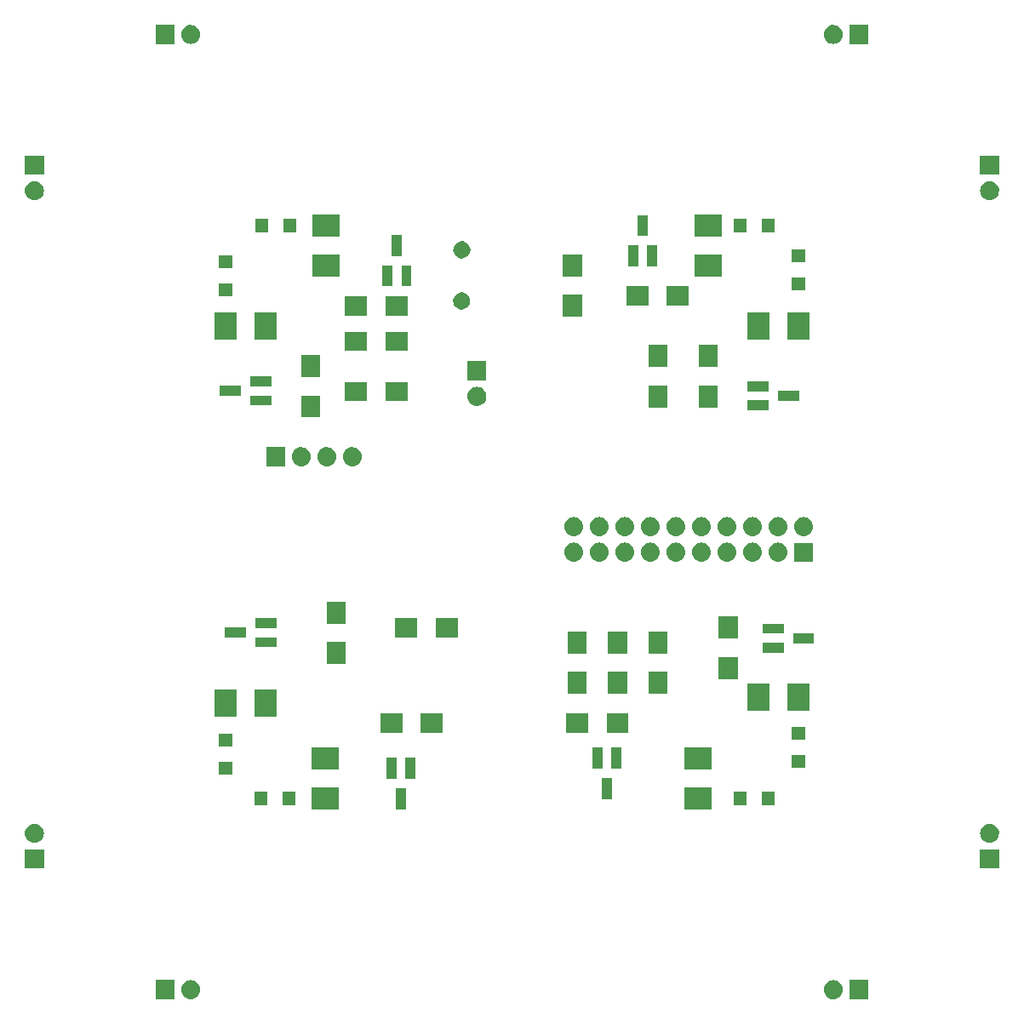
<source format=gbr>
G04 #@! TF.FileFunction,Soldermask,Top*
%FSLAX45Y45*%
G04 Gerber Fmt 4.5, Leading zero omitted, Abs format (unit mm)*
G04 Created by KiCad (PCBNEW 4.0.1-stable) date 2017/05/05 18:15:20*
%MOMM*%
G01*
G04 APERTURE LIST*
%ADD10C,0.100000*%
G04 APERTURE END LIST*
D10*
G36*
X9695000Y-10995000D02*
X9505000Y-10995000D01*
X9505000Y-10805000D01*
X9695000Y-10805000D01*
X9695000Y-10995000D01*
X9695000Y-10995000D01*
G37*
G36*
X9347584Y-10805008D02*
X9347585Y-10805008D01*
X9347786Y-10805009D01*
X9366211Y-10807076D01*
X9383884Y-10812682D01*
X9400132Y-10821614D01*
X9414335Y-10833532D01*
X9425952Y-10847982D01*
X9434542Y-10864412D01*
X9439777Y-10882199D01*
X9439777Y-10882202D01*
X9439778Y-10882204D01*
X9441458Y-10900663D01*
X9439520Y-10919098D01*
X9439520Y-10919099D01*
X9439519Y-10919102D01*
X9434037Y-10936814D01*
X9425218Y-10953123D01*
X9413400Y-10967409D01*
X9399032Y-10979128D01*
X9382661Y-10987832D01*
X9364912Y-10993191D01*
X9346460Y-10995000D01*
X9345536Y-10995000D01*
X9344416Y-10994992D01*
X9344415Y-10994992D01*
X9344214Y-10994991D01*
X9325789Y-10992924D01*
X9308116Y-10987318D01*
X9291868Y-10978386D01*
X9277665Y-10966468D01*
X9266048Y-10952019D01*
X9257458Y-10935588D01*
X9252223Y-10917801D01*
X9252223Y-10917798D01*
X9252222Y-10917797D01*
X9250542Y-10899337D01*
X9252480Y-10880902D01*
X9252480Y-10880901D01*
X9252481Y-10880898D01*
X9257963Y-10863186D01*
X9266782Y-10846877D01*
X9278600Y-10832591D01*
X9292968Y-10820873D01*
X9309339Y-10812168D01*
X9327088Y-10806809D01*
X9345540Y-10805000D01*
X9346464Y-10805000D01*
X9347584Y-10805008D01*
X9347584Y-10805008D01*
G37*
G36*
X2955584Y-10805008D02*
X2955585Y-10805008D01*
X2955786Y-10805009D01*
X2974211Y-10807076D01*
X2991884Y-10812682D01*
X3008132Y-10821614D01*
X3022335Y-10833532D01*
X3033952Y-10847982D01*
X3042542Y-10864412D01*
X3047777Y-10882199D01*
X3047777Y-10882202D01*
X3047778Y-10882204D01*
X3049458Y-10900663D01*
X3047520Y-10919098D01*
X3047520Y-10919099D01*
X3047519Y-10919102D01*
X3042037Y-10936814D01*
X3033218Y-10953123D01*
X3021400Y-10967409D01*
X3007032Y-10979128D01*
X2990661Y-10987832D01*
X2972912Y-10993191D01*
X2954460Y-10995000D01*
X2953536Y-10995000D01*
X2952416Y-10994992D01*
X2952415Y-10994992D01*
X2952214Y-10994991D01*
X2933789Y-10992924D01*
X2916116Y-10987318D01*
X2899868Y-10978386D01*
X2885665Y-10966468D01*
X2874048Y-10952019D01*
X2865458Y-10935588D01*
X2860223Y-10917801D01*
X2860223Y-10917798D01*
X2860222Y-10917797D01*
X2858542Y-10899337D01*
X2860480Y-10880902D01*
X2860480Y-10880901D01*
X2860481Y-10880898D01*
X2865963Y-10863186D01*
X2874782Y-10846877D01*
X2886600Y-10832591D01*
X2900968Y-10820873D01*
X2917339Y-10812168D01*
X2935088Y-10806809D01*
X2953540Y-10805000D01*
X2954464Y-10805000D01*
X2955584Y-10805008D01*
X2955584Y-10805008D01*
G37*
G36*
X2795000Y-10995000D02*
X2605000Y-10995000D01*
X2605000Y-10805000D01*
X2795000Y-10805000D01*
X2795000Y-10995000D01*
X2795000Y-10995000D01*
G37*
G36*
X1495000Y-9695000D02*
X1305000Y-9695000D01*
X1305000Y-9505000D01*
X1495000Y-9505000D01*
X1495000Y-9695000D01*
X1495000Y-9695000D01*
G37*
G36*
X10995000Y-9695000D02*
X10805000Y-9695000D01*
X10805000Y-9505000D01*
X10995000Y-9505000D01*
X10995000Y-9695000D01*
X10995000Y-9695000D01*
G37*
G36*
X10919098Y-9252480D02*
X10919099Y-9252480D01*
X10919102Y-9252481D01*
X10936814Y-9257963D01*
X10953123Y-9266782D01*
X10967409Y-9278600D01*
X10979128Y-9292968D01*
X10987832Y-9309339D01*
X10993191Y-9327088D01*
X10995000Y-9345540D01*
X10995000Y-9346464D01*
X10994992Y-9347584D01*
X10994992Y-9347585D01*
X10994991Y-9347786D01*
X10992924Y-9366211D01*
X10987318Y-9383884D01*
X10978386Y-9400132D01*
X10966468Y-9414335D01*
X10952019Y-9425952D01*
X10935588Y-9434542D01*
X10917801Y-9439777D01*
X10917798Y-9439777D01*
X10917797Y-9439778D01*
X10899337Y-9441458D01*
X10880902Y-9439520D01*
X10880901Y-9439520D01*
X10880898Y-9439519D01*
X10863186Y-9434037D01*
X10846877Y-9425218D01*
X10832591Y-9413400D01*
X10820873Y-9399032D01*
X10812168Y-9382661D01*
X10806809Y-9364912D01*
X10805000Y-9346460D01*
X10805000Y-9345536D01*
X10805008Y-9344416D01*
X10805008Y-9344415D01*
X10805009Y-9344214D01*
X10807076Y-9325789D01*
X10812682Y-9308116D01*
X10821614Y-9291868D01*
X10833532Y-9277665D01*
X10847982Y-9266048D01*
X10864412Y-9257458D01*
X10882199Y-9252223D01*
X10882202Y-9252223D01*
X10882204Y-9252222D01*
X10900663Y-9250542D01*
X10919098Y-9252480D01*
X10919098Y-9252480D01*
G37*
G36*
X1419098Y-9252480D02*
X1419099Y-9252480D01*
X1419102Y-9252481D01*
X1436814Y-9257963D01*
X1453123Y-9266782D01*
X1467409Y-9278600D01*
X1479127Y-9292968D01*
X1487832Y-9309339D01*
X1493191Y-9327088D01*
X1495000Y-9345540D01*
X1495000Y-9346464D01*
X1494992Y-9347584D01*
X1494992Y-9347585D01*
X1494991Y-9347786D01*
X1492924Y-9366211D01*
X1487318Y-9383884D01*
X1478386Y-9400132D01*
X1466468Y-9414335D01*
X1452018Y-9425952D01*
X1435588Y-9434542D01*
X1417801Y-9439777D01*
X1417798Y-9439777D01*
X1417796Y-9439778D01*
X1399337Y-9441458D01*
X1380902Y-9439520D01*
X1380901Y-9439520D01*
X1380898Y-9439519D01*
X1363186Y-9434037D01*
X1346877Y-9425218D01*
X1332591Y-9413400D01*
X1320873Y-9399032D01*
X1312168Y-9382661D01*
X1306809Y-9364912D01*
X1305000Y-9346460D01*
X1305000Y-9345536D01*
X1305008Y-9344416D01*
X1305008Y-9344415D01*
X1305009Y-9344214D01*
X1307076Y-9325789D01*
X1312682Y-9308116D01*
X1321614Y-9291868D01*
X1333532Y-9277665D01*
X1347982Y-9266048D01*
X1364412Y-9257458D01*
X1382199Y-9252223D01*
X1382202Y-9252223D01*
X1382204Y-9252222D01*
X1400663Y-9250542D01*
X1419098Y-9252480D01*
X1419098Y-9252480D01*
G37*
G36*
X4423000Y-9110000D02*
X4153000Y-9110000D01*
X4153000Y-8890000D01*
X4423000Y-8890000D01*
X4423000Y-9110000D01*
X4423000Y-9110000D01*
G37*
G36*
X8135000Y-9110000D02*
X7865000Y-9110000D01*
X7865000Y-8890000D01*
X8135000Y-8890000D01*
X8135000Y-9110000D01*
X8135000Y-9110000D01*
G37*
G36*
X5095000Y-9105000D02*
X4995000Y-9105000D01*
X4995000Y-8895000D01*
X5095000Y-8895000D01*
X5095000Y-9105000D01*
X5095000Y-9105000D01*
G37*
G36*
X8485000Y-9065000D02*
X8355000Y-9065000D01*
X8355000Y-8935000D01*
X8485000Y-8935000D01*
X8485000Y-9065000D01*
X8485000Y-9065000D01*
G37*
G36*
X8765000Y-9065000D02*
X8635000Y-9065000D01*
X8635000Y-8935000D01*
X8765000Y-8935000D01*
X8765000Y-9065000D01*
X8765000Y-9065000D01*
G37*
G36*
X3995000Y-9065000D02*
X3865000Y-9065000D01*
X3865000Y-8935000D01*
X3995000Y-8935000D01*
X3995000Y-9065000D01*
X3995000Y-9065000D01*
G37*
G36*
X3715000Y-9065000D02*
X3585000Y-9065000D01*
X3585000Y-8935000D01*
X3715000Y-8935000D01*
X3715000Y-9065000D01*
X3715000Y-9065000D01*
G37*
G36*
X7145000Y-9005000D02*
X7045000Y-9005000D01*
X7045000Y-8795000D01*
X7145000Y-8795000D01*
X7145000Y-9005000D01*
X7145000Y-9005000D01*
G37*
G36*
X5000000Y-8805000D02*
X4900000Y-8805000D01*
X4900000Y-8595000D01*
X5000000Y-8595000D01*
X5000000Y-8805000D01*
X5000000Y-8805000D01*
G37*
G36*
X5190000Y-8805000D02*
X5090000Y-8805000D01*
X5090000Y-8595000D01*
X5190000Y-8595000D01*
X5190000Y-8805000D01*
X5190000Y-8805000D01*
G37*
G36*
X3365000Y-8765000D02*
X3235000Y-8765000D01*
X3235000Y-8635000D01*
X3365000Y-8635000D01*
X3365000Y-8765000D01*
X3365000Y-8765000D01*
G37*
G36*
X4423000Y-8710000D02*
X4153000Y-8710000D01*
X4153000Y-8490000D01*
X4423000Y-8490000D01*
X4423000Y-8710000D01*
X4423000Y-8710000D01*
G37*
G36*
X8135000Y-8710000D02*
X7865000Y-8710000D01*
X7865000Y-8490000D01*
X8135000Y-8490000D01*
X8135000Y-8710000D01*
X8135000Y-8710000D01*
G37*
G36*
X7240000Y-8705000D02*
X7140000Y-8705000D01*
X7140000Y-8495000D01*
X7240000Y-8495000D01*
X7240000Y-8705000D01*
X7240000Y-8705000D01*
G37*
G36*
X7050000Y-8705000D02*
X6950000Y-8705000D01*
X6950000Y-8495000D01*
X7050000Y-8495000D01*
X7050000Y-8705000D01*
X7050000Y-8705000D01*
G37*
G36*
X9065000Y-8695000D02*
X8935000Y-8695000D01*
X8935000Y-8565000D01*
X9065000Y-8565000D01*
X9065000Y-8695000D01*
X9065000Y-8695000D01*
G37*
G36*
X3365000Y-8485000D02*
X3235000Y-8485000D01*
X3235000Y-8355000D01*
X3365000Y-8355000D01*
X3365000Y-8485000D01*
X3365000Y-8485000D01*
G37*
G36*
X9065000Y-8415000D02*
X8935000Y-8415000D01*
X8935000Y-8285000D01*
X9065000Y-8285000D01*
X9065000Y-8415000D01*
X9065000Y-8415000D01*
G37*
G36*
X5060000Y-8345000D02*
X4840000Y-8345000D01*
X4840000Y-8155000D01*
X5060000Y-8155000D01*
X5060000Y-8345000D01*
X5060000Y-8345000D01*
G37*
G36*
X7310000Y-8345000D02*
X7090000Y-8345000D01*
X7090000Y-8155000D01*
X7310000Y-8155000D01*
X7310000Y-8345000D01*
X7310000Y-8345000D01*
G37*
G36*
X6910000Y-8345000D02*
X6690000Y-8345000D01*
X6690000Y-8155000D01*
X6910000Y-8155000D01*
X6910000Y-8345000D01*
X6910000Y-8345000D01*
G37*
G36*
X5460000Y-8345000D02*
X5240000Y-8345000D01*
X5240000Y-8155000D01*
X5460000Y-8155000D01*
X5460000Y-8345000D01*
X5460000Y-8345000D01*
G37*
G36*
X3810000Y-8185000D02*
X3590000Y-8185000D01*
X3590000Y-7915000D01*
X3810000Y-7915000D01*
X3810000Y-8185000D01*
X3810000Y-8185000D01*
G37*
G36*
X3410000Y-8185000D02*
X3190000Y-8185000D01*
X3190000Y-7915000D01*
X3410000Y-7915000D01*
X3410000Y-8185000D01*
X3410000Y-8185000D01*
G37*
G36*
X8710000Y-8128000D02*
X8490000Y-8128000D01*
X8490000Y-7858000D01*
X8710000Y-7858000D01*
X8710000Y-8128000D01*
X8710000Y-8128000D01*
G37*
G36*
X9110000Y-8128000D02*
X8890000Y-8128000D01*
X8890000Y-7858000D01*
X9110000Y-7858000D01*
X9110000Y-8128000D01*
X9110000Y-8128000D01*
G37*
G36*
X7695000Y-7960000D02*
X7505000Y-7960000D01*
X7505000Y-7740000D01*
X7695000Y-7740000D01*
X7695000Y-7960000D01*
X7695000Y-7960000D01*
G37*
G36*
X6895000Y-7960000D02*
X6705000Y-7960000D01*
X6705000Y-7740000D01*
X6895000Y-7740000D01*
X6895000Y-7960000D01*
X6895000Y-7960000D01*
G37*
G36*
X7295000Y-7960000D02*
X7105000Y-7960000D01*
X7105000Y-7740000D01*
X7295000Y-7740000D01*
X7295000Y-7960000D01*
X7295000Y-7960000D01*
G37*
G36*
X8395000Y-7810000D02*
X8205000Y-7810000D01*
X8205000Y-7590000D01*
X8395000Y-7590000D01*
X8395000Y-7810000D01*
X8395000Y-7810000D01*
G37*
G36*
X4495000Y-7660000D02*
X4305000Y-7660000D01*
X4305000Y-7440000D01*
X4495000Y-7440000D01*
X4495000Y-7660000D01*
X4495000Y-7660000D01*
G37*
G36*
X7295000Y-7560000D02*
X7105000Y-7560000D01*
X7105000Y-7340000D01*
X7295000Y-7340000D01*
X7295000Y-7560000D01*
X7295000Y-7560000D01*
G37*
G36*
X7695000Y-7560000D02*
X7505000Y-7560000D01*
X7505000Y-7340000D01*
X7695000Y-7340000D01*
X7695000Y-7560000D01*
X7695000Y-7560000D01*
G37*
G36*
X6895000Y-7560000D02*
X6705000Y-7560000D01*
X6705000Y-7340000D01*
X6895000Y-7340000D01*
X6895000Y-7560000D01*
X6895000Y-7560000D01*
G37*
G36*
X8855000Y-7550000D02*
X8645000Y-7550000D01*
X8645000Y-7450000D01*
X8855000Y-7450000D01*
X8855000Y-7550000D01*
X8855000Y-7550000D01*
G37*
G36*
X3805000Y-7495000D02*
X3595000Y-7495000D01*
X3595000Y-7395000D01*
X3805000Y-7395000D01*
X3805000Y-7495000D01*
X3805000Y-7495000D01*
G37*
G36*
X9155000Y-7455000D02*
X8945000Y-7455000D01*
X8945000Y-7355000D01*
X9155000Y-7355000D01*
X9155000Y-7455000D01*
X9155000Y-7455000D01*
G37*
G36*
X8395000Y-7410000D02*
X8205000Y-7410000D01*
X8205000Y-7190000D01*
X8395000Y-7190000D01*
X8395000Y-7410000D01*
X8395000Y-7410000D01*
G37*
G36*
X3505000Y-7400000D02*
X3295000Y-7400000D01*
X3295000Y-7300000D01*
X3505000Y-7300000D01*
X3505000Y-7400000D01*
X3505000Y-7400000D01*
G37*
G36*
X5610000Y-7395000D02*
X5390000Y-7395000D01*
X5390000Y-7205000D01*
X5610000Y-7205000D01*
X5610000Y-7395000D01*
X5610000Y-7395000D01*
G37*
G36*
X5210000Y-7395000D02*
X4990000Y-7395000D01*
X4990000Y-7205000D01*
X5210000Y-7205000D01*
X5210000Y-7395000D01*
X5210000Y-7395000D01*
G37*
G36*
X8855000Y-7360000D02*
X8645000Y-7360000D01*
X8645000Y-7260000D01*
X8855000Y-7260000D01*
X8855000Y-7360000D01*
X8855000Y-7360000D01*
G37*
G36*
X3805000Y-7305000D02*
X3595000Y-7305000D01*
X3595000Y-7205000D01*
X3805000Y-7205000D01*
X3805000Y-7305000D01*
X3805000Y-7305000D01*
G37*
G36*
X4495000Y-7260000D02*
X4305000Y-7260000D01*
X4305000Y-7040000D01*
X4495000Y-7040000D01*
X4495000Y-7260000D01*
X4495000Y-7260000D01*
G37*
G36*
X8815098Y-6456480D02*
X8815099Y-6456480D01*
X8815102Y-6456481D01*
X8832814Y-6461963D01*
X8849123Y-6470782D01*
X8863409Y-6482600D01*
X8875128Y-6496968D01*
X8883832Y-6513339D01*
X8889191Y-6531088D01*
X8891000Y-6549540D01*
X8891000Y-6550464D01*
X8890992Y-6551584D01*
X8890992Y-6551585D01*
X8890991Y-6551786D01*
X8888924Y-6570211D01*
X8883318Y-6587884D01*
X8874386Y-6604132D01*
X8862468Y-6618335D01*
X8848019Y-6629952D01*
X8831588Y-6638542D01*
X8813801Y-6643777D01*
X8813798Y-6643777D01*
X8813797Y-6643778D01*
X8795337Y-6645458D01*
X8776902Y-6643520D01*
X8776901Y-6643520D01*
X8776898Y-6643519D01*
X8759186Y-6638037D01*
X8742877Y-6629218D01*
X8728591Y-6617400D01*
X8716873Y-6603032D01*
X8708168Y-6586661D01*
X8702809Y-6568912D01*
X8701000Y-6550460D01*
X8701000Y-6549536D01*
X8701008Y-6548416D01*
X8701008Y-6548415D01*
X8701009Y-6548214D01*
X8703076Y-6529789D01*
X8708682Y-6512116D01*
X8717614Y-6495868D01*
X8729532Y-6481665D01*
X8743982Y-6470048D01*
X8760412Y-6461458D01*
X8778199Y-6456223D01*
X8778202Y-6456223D01*
X8778204Y-6456222D01*
X8796663Y-6454542D01*
X8815098Y-6456480D01*
X8815098Y-6456480D01*
G37*
G36*
X7291098Y-6456480D02*
X7291099Y-6456480D01*
X7291102Y-6456481D01*
X7308814Y-6461963D01*
X7325123Y-6470782D01*
X7339409Y-6482600D01*
X7351127Y-6496968D01*
X7359832Y-6513339D01*
X7365191Y-6531088D01*
X7367000Y-6549540D01*
X7367000Y-6550464D01*
X7366992Y-6551584D01*
X7366992Y-6551585D01*
X7366991Y-6551786D01*
X7364924Y-6570211D01*
X7359318Y-6587884D01*
X7350386Y-6604132D01*
X7338468Y-6618335D01*
X7324018Y-6629952D01*
X7307588Y-6638542D01*
X7289801Y-6643777D01*
X7289798Y-6643777D01*
X7289796Y-6643778D01*
X7271337Y-6645458D01*
X7252902Y-6643520D01*
X7252901Y-6643520D01*
X7252898Y-6643519D01*
X7235186Y-6638037D01*
X7218877Y-6629218D01*
X7204591Y-6617400D01*
X7192872Y-6603032D01*
X7184168Y-6586661D01*
X7178809Y-6568912D01*
X7177000Y-6550460D01*
X7177000Y-6549536D01*
X7177008Y-6548416D01*
X7177008Y-6548415D01*
X7177009Y-6548214D01*
X7179076Y-6529789D01*
X7184682Y-6512116D01*
X7193614Y-6495868D01*
X7205532Y-6481665D01*
X7219981Y-6470048D01*
X7236412Y-6461458D01*
X7254199Y-6456223D01*
X7254202Y-6456223D01*
X7254203Y-6456222D01*
X7272663Y-6454542D01*
X7291098Y-6456480D01*
X7291098Y-6456480D01*
G37*
G36*
X7037098Y-6456480D02*
X7037099Y-6456480D01*
X7037102Y-6456481D01*
X7054814Y-6461963D01*
X7071123Y-6470782D01*
X7085409Y-6482600D01*
X7097127Y-6496968D01*
X7105832Y-6513339D01*
X7111191Y-6531088D01*
X7113000Y-6549540D01*
X7113000Y-6550464D01*
X7112992Y-6551584D01*
X7112992Y-6551585D01*
X7112991Y-6551786D01*
X7110924Y-6570211D01*
X7105318Y-6587884D01*
X7096386Y-6604132D01*
X7084468Y-6618335D01*
X7070018Y-6629952D01*
X7053588Y-6638542D01*
X7035801Y-6643777D01*
X7035798Y-6643777D01*
X7035796Y-6643778D01*
X7017337Y-6645458D01*
X6998902Y-6643520D01*
X6998901Y-6643520D01*
X6998898Y-6643519D01*
X6981186Y-6638037D01*
X6964877Y-6629218D01*
X6950591Y-6617400D01*
X6938872Y-6603032D01*
X6930168Y-6586661D01*
X6924809Y-6568912D01*
X6923000Y-6550460D01*
X6923000Y-6549536D01*
X6923008Y-6548416D01*
X6923008Y-6548415D01*
X6923009Y-6548214D01*
X6925076Y-6529789D01*
X6930682Y-6512116D01*
X6939614Y-6495868D01*
X6951532Y-6481665D01*
X6965981Y-6470048D01*
X6982412Y-6461458D01*
X7000199Y-6456223D01*
X7000202Y-6456223D01*
X7000203Y-6456222D01*
X7018663Y-6454542D01*
X7037098Y-6456480D01*
X7037098Y-6456480D01*
G37*
G36*
X6783098Y-6456480D02*
X6783099Y-6456480D01*
X6783102Y-6456481D01*
X6800814Y-6461963D01*
X6817123Y-6470782D01*
X6831409Y-6482600D01*
X6843127Y-6496968D01*
X6851832Y-6513339D01*
X6857191Y-6531088D01*
X6859000Y-6549540D01*
X6859000Y-6550464D01*
X6858992Y-6551584D01*
X6858992Y-6551585D01*
X6858991Y-6551786D01*
X6856924Y-6570211D01*
X6851318Y-6587884D01*
X6842386Y-6604132D01*
X6830468Y-6618335D01*
X6816018Y-6629952D01*
X6799588Y-6638542D01*
X6781801Y-6643777D01*
X6781798Y-6643777D01*
X6781796Y-6643778D01*
X6763337Y-6645458D01*
X6744902Y-6643520D01*
X6744901Y-6643520D01*
X6744898Y-6643519D01*
X6727186Y-6638037D01*
X6710877Y-6629218D01*
X6696591Y-6617400D01*
X6684872Y-6603032D01*
X6676168Y-6586661D01*
X6670809Y-6568912D01*
X6669000Y-6550460D01*
X6669000Y-6549536D01*
X6669008Y-6548416D01*
X6669008Y-6548415D01*
X6669009Y-6548214D01*
X6671076Y-6529789D01*
X6676682Y-6512116D01*
X6685614Y-6495868D01*
X6697532Y-6481665D01*
X6711981Y-6470048D01*
X6728412Y-6461458D01*
X6746199Y-6456223D01*
X6746202Y-6456223D01*
X6746203Y-6456222D01*
X6764663Y-6454542D01*
X6783098Y-6456480D01*
X6783098Y-6456480D01*
G37*
G36*
X7799098Y-6456480D02*
X7799099Y-6456480D01*
X7799102Y-6456481D01*
X7816814Y-6461963D01*
X7833123Y-6470782D01*
X7847409Y-6482600D01*
X7859127Y-6496968D01*
X7867832Y-6513339D01*
X7873191Y-6531088D01*
X7875000Y-6549540D01*
X7875000Y-6550464D01*
X7874992Y-6551584D01*
X7874992Y-6551585D01*
X7874991Y-6551786D01*
X7872924Y-6570211D01*
X7867318Y-6587884D01*
X7858386Y-6604132D01*
X7846468Y-6618335D01*
X7832018Y-6629952D01*
X7815588Y-6638542D01*
X7797801Y-6643777D01*
X7797798Y-6643777D01*
X7797796Y-6643778D01*
X7779337Y-6645458D01*
X7760902Y-6643520D01*
X7760901Y-6643520D01*
X7760898Y-6643519D01*
X7743186Y-6638037D01*
X7726877Y-6629218D01*
X7712591Y-6617400D01*
X7700872Y-6603032D01*
X7692168Y-6586661D01*
X7686809Y-6568912D01*
X7685000Y-6550460D01*
X7685000Y-6549536D01*
X7685008Y-6548416D01*
X7685008Y-6548415D01*
X7685009Y-6548214D01*
X7687076Y-6529789D01*
X7692682Y-6512116D01*
X7701614Y-6495868D01*
X7713532Y-6481665D01*
X7727981Y-6470048D01*
X7744412Y-6461458D01*
X7762199Y-6456223D01*
X7762202Y-6456223D01*
X7762203Y-6456222D01*
X7780663Y-6454542D01*
X7799098Y-6456480D01*
X7799098Y-6456480D01*
G37*
G36*
X8053098Y-6456480D02*
X8053099Y-6456480D01*
X8053102Y-6456481D01*
X8070814Y-6461963D01*
X8087123Y-6470782D01*
X8101409Y-6482600D01*
X8113127Y-6496968D01*
X8121832Y-6513339D01*
X8127191Y-6531088D01*
X8129000Y-6549540D01*
X8129000Y-6550464D01*
X8128992Y-6551584D01*
X8128992Y-6551585D01*
X8128991Y-6551786D01*
X8126924Y-6570211D01*
X8121318Y-6587884D01*
X8112386Y-6604132D01*
X8100468Y-6618335D01*
X8086018Y-6629952D01*
X8069588Y-6638542D01*
X8051801Y-6643777D01*
X8051798Y-6643777D01*
X8051796Y-6643778D01*
X8033337Y-6645458D01*
X8014902Y-6643520D01*
X8014901Y-6643520D01*
X8014898Y-6643519D01*
X7997186Y-6638037D01*
X7980877Y-6629218D01*
X7966591Y-6617400D01*
X7954872Y-6603032D01*
X7946168Y-6586661D01*
X7940809Y-6568912D01*
X7939000Y-6550460D01*
X7939000Y-6549536D01*
X7939008Y-6548416D01*
X7939008Y-6548415D01*
X7939009Y-6548214D01*
X7941076Y-6529789D01*
X7946682Y-6512116D01*
X7955614Y-6495868D01*
X7967532Y-6481665D01*
X7981981Y-6470048D01*
X7998412Y-6461458D01*
X8016199Y-6456223D01*
X8016202Y-6456223D01*
X8016203Y-6456222D01*
X8034663Y-6454542D01*
X8053098Y-6456480D01*
X8053098Y-6456480D01*
G37*
G36*
X8307098Y-6456480D02*
X8307099Y-6456480D01*
X8307102Y-6456481D01*
X8324814Y-6461963D01*
X8341123Y-6470782D01*
X8355409Y-6482600D01*
X8367127Y-6496968D01*
X8375832Y-6513339D01*
X8381191Y-6531088D01*
X8383000Y-6549540D01*
X8383000Y-6550464D01*
X8382992Y-6551584D01*
X8382992Y-6551585D01*
X8382991Y-6551786D01*
X8380924Y-6570211D01*
X8375318Y-6587884D01*
X8366386Y-6604132D01*
X8354468Y-6618335D01*
X8340018Y-6629952D01*
X8323588Y-6638542D01*
X8305801Y-6643777D01*
X8305798Y-6643777D01*
X8305796Y-6643778D01*
X8287337Y-6645458D01*
X8268902Y-6643520D01*
X8268901Y-6643520D01*
X8268898Y-6643519D01*
X8251186Y-6638037D01*
X8234877Y-6629218D01*
X8220591Y-6617400D01*
X8208872Y-6603032D01*
X8200168Y-6586661D01*
X8194809Y-6568912D01*
X8193000Y-6550460D01*
X8193000Y-6549536D01*
X8193008Y-6548416D01*
X8193008Y-6548415D01*
X8193009Y-6548214D01*
X8195076Y-6529789D01*
X8200682Y-6512116D01*
X8209614Y-6495868D01*
X8221532Y-6481665D01*
X8235981Y-6470048D01*
X8252412Y-6461458D01*
X8270199Y-6456223D01*
X8270202Y-6456223D01*
X8270203Y-6456222D01*
X8288663Y-6454542D01*
X8307098Y-6456480D01*
X8307098Y-6456480D01*
G37*
G36*
X8561098Y-6456480D02*
X8561099Y-6456480D01*
X8561102Y-6456481D01*
X8578814Y-6461963D01*
X8595123Y-6470782D01*
X8609409Y-6482600D01*
X8621128Y-6496968D01*
X8629832Y-6513339D01*
X8635191Y-6531088D01*
X8637000Y-6549540D01*
X8637000Y-6550464D01*
X8636992Y-6551584D01*
X8636992Y-6551585D01*
X8636991Y-6551786D01*
X8634924Y-6570211D01*
X8629318Y-6587884D01*
X8620386Y-6604132D01*
X8608468Y-6618335D01*
X8594019Y-6629952D01*
X8577588Y-6638542D01*
X8559801Y-6643777D01*
X8559798Y-6643777D01*
X8559797Y-6643778D01*
X8541337Y-6645458D01*
X8522902Y-6643520D01*
X8522901Y-6643520D01*
X8522898Y-6643519D01*
X8505186Y-6638037D01*
X8488877Y-6629218D01*
X8474591Y-6617400D01*
X8462873Y-6603032D01*
X8454168Y-6586661D01*
X8448809Y-6568912D01*
X8447000Y-6550460D01*
X8447000Y-6549536D01*
X8447008Y-6548416D01*
X8447008Y-6548415D01*
X8447009Y-6548214D01*
X8449076Y-6529789D01*
X8454682Y-6512116D01*
X8463614Y-6495868D01*
X8475532Y-6481665D01*
X8489982Y-6470048D01*
X8506412Y-6461458D01*
X8524199Y-6456223D01*
X8524202Y-6456223D01*
X8524204Y-6456222D01*
X8542663Y-6454542D01*
X8561098Y-6456480D01*
X8561098Y-6456480D01*
G37*
G36*
X7545098Y-6456480D02*
X7545099Y-6456480D01*
X7545102Y-6456481D01*
X7562814Y-6461963D01*
X7579123Y-6470782D01*
X7593409Y-6482600D01*
X7605127Y-6496968D01*
X7613832Y-6513339D01*
X7619191Y-6531088D01*
X7621000Y-6549540D01*
X7621000Y-6550464D01*
X7620992Y-6551584D01*
X7620992Y-6551585D01*
X7620991Y-6551786D01*
X7618924Y-6570211D01*
X7613318Y-6587884D01*
X7604386Y-6604132D01*
X7592468Y-6618335D01*
X7578018Y-6629952D01*
X7561588Y-6638542D01*
X7543801Y-6643777D01*
X7543798Y-6643777D01*
X7543796Y-6643778D01*
X7525337Y-6645458D01*
X7506902Y-6643520D01*
X7506901Y-6643520D01*
X7506898Y-6643519D01*
X7489186Y-6638037D01*
X7472877Y-6629218D01*
X7458591Y-6617400D01*
X7446872Y-6603032D01*
X7438168Y-6586661D01*
X7432809Y-6568912D01*
X7431000Y-6550460D01*
X7431000Y-6549536D01*
X7431008Y-6548416D01*
X7431008Y-6548415D01*
X7431009Y-6548214D01*
X7433076Y-6529789D01*
X7438682Y-6512116D01*
X7447614Y-6495868D01*
X7459532Y-6481665D01*
X7473981Y-6470048D01*
X7490412Y-6461458D01*
X7508199Y-6456223D01*
X7508202Y-6456223D01*
X7508203Y-6456222D01*
X7526663Y-6454542D01*
X7545098Y-6456480D01*
X7545098Y-6456480D01*
G37*
G36*
X9145000Y-6645000D02*
X8955000Y-6645000D01*
X8955000Y-6455000D01*
X9145000Y-6455000D01*
X9145000Y-6645000D01*
X9145000Y-6645000D01*
G37*
G36*
X7037098Y-6202480D02*
X7037099Y-6202480D01*
X7037102Y-6202481D01*
X7054814Y-6207963D01*
X7071123Y-6216782D01*
X7085409Y-6228600D01*
X7097127Y-6242968D01*
X7105832Y-6259339D01*
X7111191Y-6277088D01*
X7113000Y-6295540D01*
X7113000Y-6296464D01*
X7112992Y-6297584D01*
X7112992Y-6297585D01*
X7112991Y-6297786D01*
X7110924Y-6316211D01*
X7105318Y-6333884D01*
X7096386Y-6350132D01*
X7084468Y-6364335D01*
X7070018Y-6375952D01*
X7053588Y-6384542D01*
X7035801Y-6389777D01*
X7035798Y-6389777D01*
X7035796Y-6389778D01*
X7017337Y-6391458D01*
X6998902Y-6389520D01*
X6998901Y-6389520D01*
X6998898Y-6389519D01*
X6981186Y-6384037D01*
X6964877Y-6375218D01*
X6950591Y-6363400D01*
X6938872Y-6349032D01*
X6930168Y-6332661D01*
X6924809Y-6314912D01*
X6923000Y-6296460D01*
X6923000Y-6295536D01*
X6923008Y-6294416D01*
X6923008Y-6294415D01*
X6923009Y-6294214D01*
X6925076Y-6275789D01*
X6930682Y-6258116D01*
X6939614Y-6241868D01*
X6951532Y-6227665D01*
X6965981Y-6216048D01*
X6982412Y-6207458D01*
X7000199Y-6202223D01*
X7000202Y-6202223D01*
X7000203Y-6202222D01*
X7018663Y-6200542D01*
X7037098Y-6202480D01*
X7037098Y-6202480D01*
G37*
G36*
X7291098Y-6202480D02*
X7291099Y-6202480D01*
X7291102Y-6202481D01*
X7308814Y-6207963D01*
X7325123Y-6216782D01*
X7339409Y-6228600D01*
X7351127Y-6242968D01*
X7359832Y-6259339D01*
X7365191Y-6277088D01*
X7367000Y-6295540D01*
X7367000Y-6296464D01*
X7366992Y-6297584D01*
X7366992Y-6297585D01*
X7366991Y-6297786D01*
X7364924Y-6316211D01*
X7359318Y-6333884D01*
X7350386Y-6350132D01*
X7338468Y-6364335D01*
X7324018Y-6375952D01*
X7307588Y-6384542D01*
X7289801Y-6389777D01*
X7289798Y-6389777D01*
X7289796Y-6389778D01*
X7271337Y-6391458D01*
X7252902Y-6389520D01*
X7252901Y-6389520D01*
X7252898Y-6389519D01*
X7235186Y-6384037D01*
X7218877Y-6375218D01*
X7204591Y-6363400D01*
X7192872Y-6349032D01*
X7184168Y-6332661D01*
X7178809Y-6314912D01*
X7177000Y-6296460D01*
X7177000Y-6295536D01*
X7177008Y-6294416D01*
X7177008Y-6294415D01*
X7177009Y-6294214D01*
X7179076Y-6275789D01*
X7184682Y-6258116D01*
X7193614Y-6241868D01*
X7205532Y-6227665D01*
X7219981Y-6216048D01*
X7236412Y-6207458D01*
X7254199Y-6202223D01*
X7254202Y-6202223D01*
X7254203Y-6202222D01*
X7272663Y-6200542D01*
X7291098Y-6202480D01*
X7291098Y-6202480D01*
G37*
G36*
X7545098Y-6202480D02*
X7545099Y-6202480D01*
X7545102Y-6202481D01*
X7562814Y-6207963D01*
X7579123Y-6216782D01*
X7593409Y-6228600D01*
X7605127Y-6242968D01*
X7613832Y-6259339D01*
X7619191Y-6277088D01*
X7621000Y-6295540D01*
X7621000Y-6296464D01*
X7620992Y-6297584D01*
X7620992Y-6297585D01*
X7620991Y-6297786D01*
X7618924Y-6316211D01*
X7613318Y-6333884D01*
X7604386Y-6350132D01*
X7592468Y-6364335D01*
X7578018Y-6375952D01*
X7561588Y-6384542D01*
X7543801Y-6389777D01*
X7543798Y-6389777D01*
X7543796Y-6389778D01*
X7525337Y-6391458D01*
X7506902Y-6389520D01*
X7506901Y-6389520D01*
X7506898Y-6389519D01*
X7489186Y-6384037D01*
X7472877Y-6375218D01*
X7458591Y-6363400D01*
X7446872Y-6349032D01*
X7438168Y-6332661D01*
X7432809Y-6314912D01*
X7431000Y-6296460D01*
X7431000Y-6295536D01*
X7431008Y-6294416D01*
X7431008Y-6294415D01*
X7431009Y-6294214D01*
X7433076Y-6275789D01*
X7438682Y-6258116D01*
X7447614Y-6241868D01*
X7459532Y-6227665D01*
X7473981Y-6216048D01*
X7490412Y-6207458D01*
X7508199Y-6202223D01*
X7508202Y-6202223D01*
X7508203Y-6202222D01*
X7526663Y-6200542D01*
X7545098Y-6202480D01*
X7545098Y-6202480D01*
G37*
G36*
X7799098Y-6202480D02*
X7799099Y-6202480D01*
X7799102Y-6202481D01*
X7816814Y-6207963D01*
X7833123Y-6216782D01*
X7847409Y-6228600D01*
X7859127Y-6242968D01*
X7867832Y-6259339D01*
X7873191Y-6277088D01*
X7875000Y-6295540D01*
X7875000Y-6296464D01*
X7874992Y-6297584D01*
X7874992Y-6297585D01*
X7874991Y-6297786D01*
X7872924Y-6316211D01*
X7867318Y-6333884D01*
X7858386Y-6350132D01*
X7846468Y-6364335D01*
X7832018Y-6375952D01*
X7815588Y-6384542D01*
X7797801Y-6389777D01*
X7797798Y-6389777D01*
X7797796Y-6389778D01*
X7779337Y-6391458D01*
X7760902Y-6389520D01*
X7760901Y-6389520D01*
X7760898Y-6389519D01*
X7743186Y-6384037D01*
X7726877Y-6375218D01*
X7712591Y-6363400D01*
X7700872Y-6349032D01*
X7692168Y-6332661D01*
X7686809Y-6314912D01*
X7685000Y-6296460D01*
X7685000Y-6295536D01*
X7685008Y-6294416D01*
X7685008Y-6294415D01*
X7685009Y-6294214D01*
X7687076Y-6275789D01*
X7692682Y-6258116D01*
X7701614Y-6241868D01*
X7713532Y-6227665D01*
X7727981Y-6216048D01*
X7744412Y-6207458D01*
X7762199Y-6202223D01*
X7762202Y-6202223D01*
X7762203Y-6202222D01*
X7780663Y-6200542D01*
X7799098Y-6202480D01*
X7799098Y-6202480D01*
G37*
G36*
X8561098Y-6202480D02*
X8561099Y-6202480D01*
X8561102Y-6202481D01*
X8578814Y-6207963D01*
X8595123Y-6216782D01*
X8609409Y-6228600D01*
X8621128Y-6242968D01*
X8629832Y-6259339D01*
X8635191Y-6277088D01*
X8637000Y-6295540D01*
X8637000Y-6296464D01*
X8636992Y-6297584D01*
X8636992Y-6297585D01*
X8636991Y-6297786D01*
X8634924Y-6316211D01*
X8629318Y-6333884D01*
X8620386Y-6350132D01*
X8608468Y-6364335D01*
X8594019Y-6375952D01*
X8577588Y-6384542D01*
X8559801Y-6389777D01*
X8559798Y-6389777D01*
X8559797Y-6389778D01*
X8541337Y-6391458D01*
X8522902Y-6389520D01*
X8522901Y-6389520D01*
X8522898Y-6389519D01*
X8505186Y-6384037D01*
X8488877Y-6375218D01*
X8474591Y-6363400D01*
X8462873Y-6349032D01*
X8454168Y-6332661D01*
X8448809Y-6314912D01*
X8447000Y-6296460D01*
X8447000Y-6295536D01*
X8447008Y-6294416D01*
X8447008Y-6294415D01*
X8447009Y-6294214D01*
X8449076Y-6275789D01*
X8454682Y-6258116D01*
X8463614Y-6241868D01*
X8475532Y-6227665D01*
X8489982Y-6216048D01*
X8506412Y-6207458D01*
X8524199Y-6202223D01*
X8524202Y-6202223D01*
X8524204Y-6202222D01*
X8542663Y-6200542D01*
X8561098Y-6202480D01*
X8561098Y-6202480D01*
G37*
G36*
X6783098Y-6202480D02*
X6783099Y-6202480D01*
X6783102Y-6202481D01*
X6800814Y-6207963D01*
X6817123Y-6216782D01*
X6831409Y-6228600D01*
X6843127Y-6242968D01*
X6851832Y-6259339D01*
X6857191Y-6277088D01*
X6859000Y-6295540D01*
X6859000Y-6296464D01*
X6858992Y-6297584D01*
X6858992Y-6297585D01*
X6858991Y-6297786D01*
X6856924Y-6316211D01*
X6851318Y-6333884D01*
X6842386Y-6350132D01*
X6830468Y-6364335D01*
X6816018Y-6375952D01*
X6799588Y-6384542D01*
X6781801Y-6389777D01*
X6781798Y-6389777D01*
X6781796Y-6389778D01*
X6763337Y-6391458D01*
X6744902Y-6389520D01*
X6744901Y-6389520D01*
X6744898Y-6389519D01*
X6727186Y-6384037D01*
X6710877Y-6375218D01*
X6696591Y-6363400D01*
X6684872Y-6349032D01*
X6676168Y-6332661D01*
X6670809Y-6314912D01*
X6669000Y-6296460D01*
X6669000Y-6295536D01*
X6669008Y-6294416D01*
X6669008Y-6294415D01*
X6669009Y-6294214D01*
X6671076Y-6275789D01*
X6676682Y-6258116D01*
X6685614Y-6241868D01*
X6697532Y-6227665D01*
X6711981Y-6216048D01*
X6728412Y-6207458D01*
X6746199Y-6202223D01*
X6746202Y-6202223D01*
X6746203Y-6202222D01*
X6764663Y-6200542D01*
X6783098Y-6202480D01*
X6783098Y-6202480D01*
G37*
G36*
X8307098Y-6202480D02*
X8307099Y-6202480D01*
X8307102Y-6202481D01*
X8324814Y-6207963D01*
X8341123Y-6216782D01*
X8355409Y-6228600D01*
X8367127Y-6242968D01*
X8375832Y-6259339D01*
X8381191Y-6277088D01*
X8383000Y-6295540D01*
X8383000Y-6296464D01*
X8382992Y-6297584D01*
X8382992Y-6297585D01*
X8382991Y-6297786D01*
X8380924Y-6316211D01*
X8375318Y-6333884D01*
X8366386Y-6350132D01*
X8354468Y-6364335D01*
X8340018Y-6375952D01*
X8323588Y-6384542D01*
X8305801Y-6389777D01*
X8305798Y-6389777D01*
X8305796Y-6389778D01*
X8287337Y-6391458D01*
X8268902Y-6389520D01*
X8268901Y-6389520D01*
X8268898Y-6389519D01*
X8251186Y-6384037D01*
X8234877Y-6375218D01*
X8220591Y-6363400D01*
X8208872Y-6349032D01*
X8200168Y-6332661D01*
X8194809Y-6314912D01*
X8193000Y-6296460D01*
X8193000Y-6295536D01*
X8193008Y-6294416D01*
X8193008Y-6294415D01*
X8193009Y-6294214D01*
X8195076Y-6275789D01*
X8200682Y-6258116D01*
X8209614Y-6241868D01*
X8221532Y-6227665D01*
X8235981Y-6216048D01*
X8252412Y-6207458D01*
X8270199Y-6202223D01*
X8270202Y-6202223D01*
X8270203Y-6202222D01*
X8288663Y-6200542D01*
X8307098Y-6202480D01*
X8307098Y-6202480D01*
G37*
G36*
X8053098Y-6202480D02*
X8053099Y-6202480D01*
X8053102Y-6202481D01*
X8070814Y-6207963D01*
X8087123Y-6216782D01*
X8101409Y-6228600D01*
X8113127Y-6242968D01*
X8121832Y-6259339D01*
X8127191Y-6277088D01*
X8129000Y-6295540D01*
X8129000Y-6296464D01*
X8128992Y-6297584D01*
X8128992Y-6297585D01*
X8128991Y-6297786D01*
X8126924Y-6316211D01*
X8121318Y-6333884D01*
X8112386Y-6350132D01*
X8100468Y-6364335D01*
X8086018Y-6375952D01*
X8069588Y-6384542D01*
X8051801Y-6389777D01*
X8051798Y-6389777D01*
X8051796Y-6389778D01*
X8033337Y-6391458D01*
X8014902Y-6389520D01*
X8014901Y-6389520D01*
X8014898Y-6389519D01*
X7997186Y-6384037D01*
X7980877Y-6375218D01*
X7966591Y-6363400D01*
X7954872Y-6349032D01*
X7946168Y-6332661D01*
X7940809Y-6314912D01*
X7939000Y-6296460D01*
X7939000Y-6295536D01*
X7939008Y-6294416D01*
X7939008Y-6294415D01*
X7939009Y-6294214D01*
X7941076Y-6275789D01*
X7946682Y-6258116D01*
X7955614Y-6241868D01*
X7967532Y-6227665D01*
X7981981Y-6216048D01*
X7998412Y-6207458D01*
X8016199Y-6202223D01*
X8016202Y-6202223D01*
X8016203Y-6202222D01*
X8034663Y-6200542D01*
X8053098Y-6202480D01*
X8053098Y-6202480D01*
G37*
G36*
X9069098Y-6202480D02*
X9069099Y-6202480D01*
X9069102Y-6202481D01*
X9086814Y-6207963D01*
X9103123Y-6216782D01*
X9117409Y-6228600D01*
X9129128Y-6242968D01*
X9137832Y-6259339D01*
X9143191Y-6277088D01*
X9145000Y-6295540D01*
X9145000Y-6296464D01*
X9144992Y-6297584D01*
X9144992Y-6297585D01*
X9144991Y-6297786D01*
X9142924Y-6316211D01*
X9137318Y-6333884D01*
X9128386Y-6350132D01*
X9116468Y-6364335D01*
X9102019Y-6375952D01*
X9085588Y-6384542D01*
X9067801Y-6389777D01*
X9067798Y-6389777D01*
X9067797Y-6389778D01*
X9049337Y-6391458D01*
X9030902Y-6389520D01*
X9030901Y-6389520D01*
X9030898Y-6389519D01*
X9013186Y-6384037D01*
X8996877Y-6375218D01*
X8982591Y-6363400D01*
X8970873Y-6349032D01*
X8962168Y-6332661D01*
X8956809Y-6314912D01*
X8955000Y-6296460D01*
X8955000Y-6295536D01*
X8955008Y-6294416D01*
X8955008Y-6294415D01*
X8955009Y-6294214D01*
X8957076Y-6275789D01*
X8962682Y-6258116D01*
X8971614Y-6241868D01*
X8983532Y-6227665D01*
X8997982Y-6216048D01*
X9014412Y-6207458D01*
X9032199Y-6202223D01*
X9032202Y-6202223D01*
X9032204Y-6202222D01*
X9050663Y-6200542D01*
X9069098Y-6202480D01*
X9069098Y-6202480D01*
G37*
G36*
X8815098Y-6202480D02*
X8815099Y-6202480D01*
X8815102Y-6202481D01*
X8832814Y-6207963D01*
X8849123Y-6216782D01*
X8863409Y-6228600D01*
X8875128Y-6242968D01*
X8883832Y-6259339D01*
X8889191Y-6277088D01*
X8891000Y-6295540D01*
X8891000Y-6296464D01*
X8890992Y-6297584D01*
X8890992Y-6297585D01*
X8890991Y-6297786D01*
X8888924Y-6316211D01*
X8883318Y-6333884D01*
X8874386Y-6350132D01*
X8862468Y-6364335D01*
X8848019Y-6375952D01*
X8831588Y-6384542D01*
X8813801Y-6389777D01*
X8813798Y-6389777D01*
X8813797Y-6389778D01*
X8795337Y-6391458D01*
X8776902Y-6389520D01*
X8776901Y-6389520D01*
X8776898Y-6389519D01*
X8759186Y-6384037D01*
X8742877Y-6375218D01*
X8728591Y-6363400D01*
X8716873Y-6349032D01*
X8708168Y-6332661D01*
X8702809Y-6314912D01*
X8701000Y-6296460D01*
X8701000Y-6295536D01*
X8701008Y-6294416D01*
X8701008Y-6294415D01*
X8701009Y-6294214D01*
X8703076Y-6275789D01*
X8708682Y-6258116D01*
X8717614Y-6241868D01*
X8729532Y-6227665D01*
X8743982Y-6216048D01*
X8760412Y-6207458D01*
X8778199Y-6202223D01*
X8778202Y-6202223D01*
X8778204Y-6202222D01*
X8796663Y-6200542D01*
X8815098Y-6202480D01*
X8815098Y-6202480D01*
G37*
G36*
X4073098Y-5506480D02*
X4073099Y-5506480D01*
X4073102Y-5506481D01*
X4090814Y-5511963D01*
X4107123Y-5520782D01*
X4121409Y-5532600D01*
X4133127Y-5546968D01*
X4141832Y-5563339D01*
X4147191Y-5581088D01*
X4149000Y-5599540D01*
X4149000Y-5600464D01*
X4148992Y-5601584D01*
X4148992Y-5601585D01*
X4148991Y-5601786D01*
X4146924Y-5620211D01*
X4141318Y-5637884D01*
X4132386Y-5654132D01*
X4120468Y-5668335D01*
X4106018Y-5679952D01*
X4089588Y-5688542D01*
X4071801Y-5693777D01*
X4071798Y-5693777D01*
X4071796Y-5693778D01*
X4053337Y-5695458D01*
X4034902Y-5693520D01*
X4034901Y-5693520D01*
X4034898Y-5693519D01*
X4017186Y-5688037D01*
X4000877Y-5679218D01*
X3986591Y-5667400D01*
X3974872Y-5653032D01*
X3966168Y-5636661D01*
X3960809Y-5618912D01*
X3959000Y-5600460D01*
X3959000Y-5599536D01*
X3959008Y-5598416D01*
X3959008Y-5598415D01*
X3959009Y-5598214D01*
X3961076Y-5579789D01*
X3966682Y-5562116D01*
X3975614Y-5545868D01*
X3987532Y-5531665D01*
X4001981Y-5520048D01*
X4018412Y-5511458D01*
X4036199Y-5506223D01*
X4036202Y-5506223D01*
X4036203Y-5506222D01*
X4054663Y-5504542D01*
X4073098Y-5506480D01*
X4073098Y-5506480D01*
G37*
G36*
X4327098Y-5506480D02*
X4327099Y-5506480D01*
X4327102Y-5506481D01*
X4344814Y-5511963D01*
X4361123Y-5520782D01*
X4375409Y-5532600D01*
X4387128Y-5546968D01*
X4395832Y-5563339D01*
X4401191Y-5581088D01*
X4403000Y-5599540D01*
X4403000Y-5600464D01*
X4402992Y-5601584D01*
X4402992Y-5601585D01*
X4402991Y-5601786D01*
X4400924Y-5620211D01*
X4395318Y-5637884D01*
X4386386Y-5654132D01*
X4374468Y-5668335D01*
X4360019Y-5679952D01*
X4343588Y-5688542D01*
X4325801Y-5693777D01*
X4325798Y-5693777D01*
X4325797Y-5693778D01*
X4307337Y-5695458D01*
X4288902Y-5693520D01*
X4288901Y-5693520D01*
X4288898Y-5693519D01*
X4271186Y-5688037D01*
X4254877Y-5679218D01*
X4240591Y-5667400D01*
X4228873Y-5653032D01*
X4220168Y-5636661D01*
X4214809Y-5618912D01*
X4213000Y-5600460D01*
X4213000Y-5599536D01*
X4213008Y-5598416D01*
X4213008Y-5598415D01*
X4213009Y-5598214D01*
X4215076Y-5579789D01*
X4220682Y-5562116D01*
X4229614Y-5545868D01*
X4241532Y-5531665D01*
X4255982Y-5520048D01*
X4272412Y-5511458D01*
X4290199Y-5506223D01*
X4290202Y-5506223D01*
X4290204Y-5506222D01*
X4308663Y-5504542D01*
X4327098Y-5506480D01*
X4327098Y-5506480D01*
G37*
G36*
X4581098Y-5506480D02*
X4581099Y-5506480D01*
X4581102Y-5506481D01*
X4598814Y-5511963D01*
X4615123Y-5520782D01*
X4629409Y-5532600D01*
X4641128Y-5546968D01*
X4649832Y-5563339D01*
X4655191Y-5581088D01*
X4657000Y-5599540D01*
X4657000Y-5600464D01*
X4656992Y-5601584D01*
X4656992Y-5601585D01*
X4656991Y-5601786D01*
X4654924Y-5620211D01*
X4649318Y-5637884D01*
X4640386Y-5654132D01*
X4628468Y-5668335D01*
X4614019Y-5679952D01*
X4597588Y-5688542D01*
X4579801Y-5693777D01*
X4579798Y-5693777D01*
X4579797Y-5693778D01*
X4561337Y-5695458D01*
X4542902Y-5693520D01*
X4542901Y-5693520D01*
X4542898Y-5693519D01*
X4525186Y-5688037D01*
X4508877Y-5679218D01*
X4494591Y-5667400D01*
X4482873Y-5653032D01*
X4474168Y-5636661D01*
X4468809Y-5618912D01*
X4467000Y-5600460D01*
X4467000Y-5599536D01*
X4467008Y-5598416D01*
X4467008Y-5598415D01*
X4467009Y-5598214D01*
X4469076Y-5579789D01*
X4474682Y-5562116D01*
X4483614Y-5545868D01*
X4495532Y-5531665D01*
X4509982Y-5520048D01*
X4526412Y-5511458D01*
X4544199Y-5506223D01*
X4544202Y-5506223D01*
X4544204Y-5506222D01*
X4562663Y-5504542D01*
X4581098Y-5506480D01*
X4581098Y-5506480D01*
G37*
G36*
X3895000Y-5695000D02*
X3705000Y-5695000D01*
X3705000Y-5505000D01*
X3895000Y-5505000D01*
X3895000Y-5695000D01*
X3895000Y-5695000D01*
G37*
G36*
X4245000Y-5210000D02*
X4055000Y-5210000D01*
X4055000Y-4990000D01*
X4245000Y-4990000D01*
X4245000Y-5210000D01*
X4245000Y-5210000D01*
G37*
G36*
X8705000Y-5140000D02*
X8495000Y-5140000D01*
X8495000Y-5040000D01*
X8705000Y-5040000D01*
X8705000Y-5140000D01*
X8705000Y-5140000D01*
G37*
G36*
X8195000Y-5110000D02*
X8005000Y-5110000D01*
X8005000Y-4890000D01*
X8195000Y-4890000D01*
X8195000Y-5110000D01*
X8195000Y-5110000D01*
G37*
G36*
X7695000Y-5110000D02*
X7505000Y-5110000D01*
X7505000Y-4890000D01*
X7695000Y-4890000D01*
X7695000Y-5110000D01*
X7695000Y-5110000D01*
G37*
G36*
X5801584Y-4905008D02*
X5801585Y-4905008D01*
X5801786Y-4905009D01*
X5820211Y-4907076D01*
X5837884Y-4912682D01*
X5854132Y-4921614D01*
X5868335Y-4933532D01*
X5879952Y-4947982D01*
X5888542Y-4964412D01*
X5893777Y-4982199D01*
X5893777Y-4982202D01*
X5893778Y-4982204D01*
X5895458Y-5000663D01*
X5893520Y-5019098D01*
X5893520Y-5019099D01*
X5893519Y-5019102D01*
X5888037Y-5036814D01*
X5879218Y-5053123D01*
X5867400Y-5067409D01*
X5853032Y-5079128D01*
X5836661Y-5087832D01*
X5818912Y-5093191D01*
X5800460Y-5095000D01*
X5799536Y-5095000D01*
X5798416Y-5094992D01*
X5798415Y-5094992D01*
X5798214Y-5094991D01*
X5779789Y-5092924D01*
X5762116Y-5087318D01*
X5745868Y-5078386D01*
X5731665Y-5066468D01*
X5720048Y-5052019D01*
X5711458Y-5035588D01*
X5706223Y-5017801D01*
X5706223Y-5017798D01*
X5706222Y-5017797D01*
X5704542Y-4999337D01*
X5706480Y-4980902D01*
X5706480Y-4980901D01*
X5706481Y-4980898D01*
X5711963Y-4963186D01*
X5720782Y-4946877D01*
X5732600Y-4932591D01*
X5746968Y-4920873D01*
X5763339Y-4912168D01*
X5781088Y-4906809D01*
X5799540Y-4905000D01*
X5800464Y-4905000D01*
X5801584Y-4905008D01*
X5801584Y-4905008D01*
G37*
G36*
X3755000Y-5090000D02*
X3545000Y-5090000D01*
X3545000Y-4990000D01*
X3755000Y-4990000D01*
X3755000Y-5090000D01*
X3755000Y-5090000D01*
G37*
G36*
X4710000Y-5045000D02*
X4490000Y-5045000D01*
X4490000Y-4855000D01*
X4710000Y-4855000D01*
X4710000Y-5045000D01*
X4710000Y-5045000D01*
G37*
G36*
X5110000Y-5045000D02*
X4890000Y-5045000D01*
X4890000Y-4855000D01*
X5110000Y-4855000D01*
X5110000Y-5045000D01*
X5110000Y-5045000D01*
G37*
G36*
X9005000Y-5045000D02*
X8795000Y-5045000D01*
X8795000Y-4945000D01*
X9005000Y-4945000D01*
X9005000Y-5045000D01*
X9005000Y-5045000D01*
G37*
G36*
X3455000Y-4995000D02*
X3245000Y-4995000D01*
X3245000Y-4895000D01*
X3455000Y-4895000D01*
X3455000Y-4995000D01*
X3455000Y-4995000D01*
G37*
G36*
X8705000Y-4950000D02*
X8495000Y-4950000D01*
X8495000Y-4850000D01*
X8705000Y-4850000D01*
X8705000Y-4950000D01*
X8705000Y-4950000D01*
G37*
G36*
X3755000Y-4900000D02*
X3545000Y-4900000D01*
X3545000Y-4800000D01*
X3755000Y-4800000D01*
X3755000Y-4900000D01*
X3755000Y-4900000D01*
G37*
G36*
X5895000Y-4841000D02*
X5705000Y-4841000D01*
X5705000Y-4651000D01*
X5895000Y-4651000D01*
X5895000Y-4841000D01*
X5895000Y-4841000D01*
G37*
G36*
X4245000Y-4810000D02*
X4055000Y-4810000D01*
X4055000Y-4590000D01*
X4245000Y-4590000D01*
X4245000Y-4810000D01*
X4245000Y-4810000D01*
G37*
G36*
X7695000Y-4710000D02*
X7505000Y-4710000D01*
X7505000Y-4490000D01*
X7695000Y-4490000D01*
X7695000Y-4710000D01*
X7695000Y-4710000D01*
G37*
G36*
X8195000Y-4710000D02*
X8005000Y-4710000D01*
X8005000Y-4490000D01*
X8195000Y-4490000D01*
X8195000Y-4710000D01*
X8195000Y-4710000D01*
G37*
G36*
X5110000Y-4545000D02*
X4890000Y-4545000D01*
X4890000Y-4355000D01*
X5110000Y-4355000D01*
X5110000Y-4545000D01*
X5110000Y-4545000D01*
G37*
G36*
X4710000Y-4545000D02*
X4490000Y-4545000D01*
X4490000Y-4355000D01*
X4710000Y-4355000D01*
X4710000Y-4545000D01*
X4710000Y-4545000D01*
G37*
G36*
X3410000Y-4435000D02*
X3190000Y-4435000D01*
X3190000Y-4165000D01*
X3410000Y-4165000D01*
X3410000Y-4435000D01*
X3410000Y-4435000D01*
G37*
G36*
X3810000Y-4435000D02*
X3590000Y-4435000D01*
X3590000Y-4165000D01*
X3810000Y-4165000D01*
X3810000Y-4435000D01*
X3810000Y-4435000D01*
G37*
G36*
X8710000Y-4435000D02*
X8490000Y-4435000D01*
X8490000Y-4165000D01*
X8710000Y-4165000D01*
X8710000Y-4435000D01*
X8710000Y-4435000D01*
G37*
G36*
X9110000Y-4435000D02*
X8890000Y-4435000D01*
X8890000Y-4165000D01*
X9110000Y-4165000D01*
X9110000Y-4435000D01*
X9110000Y-4435000D01*
G37*
G36*
X6845000Y-4210000D02*
X6655000Y-4210000D01*
X6655000Y-3990000D01*
X6845000Y-3990000D01*
X6845000Y-4210000D01*
X6845000Y-4210000D01*
G37*
G36*
X5110000Y-4195000D02*
X4890000Y-4195000D01*
X4890000Y-4005000D01*
X5110000Y-4005000D01*
X5110000Y-4195000D01*
X5110000Y-4195000D01*
G37*
G36*
X4710000Y-4195000D02*
X4490000Y-4195000D01*
X4490000Y-4005000D01*
X4710000Y-4005000D01*
X4710000Y-4195000D01*
X4710000Y-4195000D01*
G37*
G36*
X5658934Y-3964999D02*
X5675274Y-3968354D01*
X5690651Y-3974817D01*
X5704480Y-3984145D01*
X5716234Y-3995981D01*
X5725464Y-4009875D01*
X5731821Y-4025297D01*
X5735054Y-4041625D01*
X5735054Y-4041626D01*
X5735061Y-4041660D01*
X5734795Y-4060712D01*
X5733909Y-4064611D01*
X5731099Y-4076978D01*
X5724315Y-4092216D01*
X5714699Y-4105847D01*
X5702619Y-4117350D01*
X5688536Y-4126288D01*
X5672984Y-4132320D01*
X5656557Y-4135217D01*
X5639880Y-4134867D01*
X5623588Y-4131285D01*
X5608304Y-4124608D01*
X5594606Y-4115087D01*
X5583019Y-4103089D01*
X5573983Y-4089068D01*
X5567842Y-4073559D01*
X5564831Y-4057151D01*
X5565064Y-4040473D01*
X5568532Y-4024157D01*
X5575103Y-4008825D01*
X5584527Y-3995062D01*
X5596445Y-3983391D01*
X5610403Y-3974257D01*
X5625869Y-3968009D01*
X5642253Y-3964883D01*
X5658934Y-3964999D01*
X5658934Y-3964999D01*
G37*
G36*
X7510000Y-4095000D02*
X7290000Y-4095000D01*
X7290000Y-3905000D01*
X7510000Y-3905000D01*
X7510000Y-4095000D01*
X7510000Y-4095000D01*
G37*
G36*
X7910000Y-4095000D02*
X7690000Y-4095000D01*
X7690000Y-3905000D01*
X7910000Y-3905000D01*
X7910000Y-4095000D01*
X7910000Y-4095000D01*
G37*
G36*
X3365000Y-4005000D02*
X3235000Y-4005000D01*
X3235000Y-3875000D01*
X3365000Y-3875000D01*
X3365000Y-4005000D01*
X3365000Y-4005000D01*
G37*
G36*
X9065000Y-3945000D02*
X8935000Y-3945000D01*
X8935000Y-3815000D01*
X9065000Y-3815000D01*
X9065000Y-3945000D01*
X9065000Y-3945000D01*
G37*
G36*
X5150000Y-3905000D02*
X5050000Y-3905000D01*
X5050000Y-3695000D01*
X5150000Y-3695000D01*
X5150000Y-3905000D01*
X5150000Y-3905000D01*
G37*
G36*
X4960000Y-3905000D02*
X4860000Y-3905000D01*
X4860000Y-3695000D01*
X4960000Y-3695000D01*
X4960000Y-3905000D01*
X4960000Y-3905000D01*
G37*
G36*
X4435000Y-3810000D02*
X4165000Y-3810000D01*
X4165000Y-3590000D01*
X4435000Y-3590000D01*
X4435000Y-3810000D01*
X4435000Y-3810000D01*
G37*
G36*
X6845000Y-3810000D02*
X6655000Y-3810000D01*
X6655000Y-3590000D01*
X6845000Y-3590000D01*
X6845000Y-3810000D01*
X6845000Y-3810000D01*
G37*
G36*
X8235000Y-3810000D02*
X7965000Y-3810000D01*
X7965000Y-3590000D01*
X8235000Y-3590000D01*
X8235000Y-3810000D01*
X8235000Y-3810000D01*
G37*
G36*
X3365000Y-3725000D02*
X3235000Y-3725000D01*
X3235000Y-3595000D01*
X3365000Y-3595000D01*
X3365000Y-3725000D01*
X3365000Y-3725000D01*
G37*
G36*
X7595000Y-3705000D02*
X7495000Y-3705000D01*
X7495000Y-3495000D01*
X7595000Y-3495000D01*
X7595000Y-3705000D01*
X7595000Y-3705000D01*
G37*
G36*
X7405000Y-3705000D02*
X7305000Y-3705000D01*
X7305000Y-3495000D01*
X7405000Y-3495000D01*
X7405000Y-3705000D01*
X7405000Y-3705000D01*
G37*
G36*
X9065000Y-3665000D02*
X8935000Y-3665000D01*
X8935000Y-3535000D01*
X9065000Y-3535000D01*
X9065000Y-3665000D01*
X9065000Y-3665000D01*
G37*
G36*
X5659950Y-3456999D02*
X5676290Y-3460354D01*
X5691667Y-3466817D01*
X5705496Y-3476145D01*
X5717250Y-3487981D01*
X5726480Y-3501875D01*
X5732837Y-3517297D01*
X5736070Y-3533625D01*
X5736070Y-3533626D01*
X5736077Y-3533660D01*
X5735811Y-3552712D01*
X5734925Y-3556611D01*
X5732115Y-3568978D01*
X5725331Y-3584216D01*
X5715715Y-3597847D01*
X5703635Y-3609350D01*
X5689552Y-3618288D01*
X5674000Y-3624320D01*
X5657573Y-3627217D01*
X5640896Y-3626867D01*
X5624604Y-3623285D01*
X5609320Y-3616608D01*
X5595622Y-3607087D01*
X5584035Y-3595089D01*
X5574999Y-3581068D01*
X5568858Y-3565559D01*
X5565847Y-3549151D01*
X5566080Y-3532473D01*
X5569548Y-3516157D01*
X5576119Y-3500825D01*
X5585543Y-3487062D01*
X5597461Y-3475391D01*
X5611419Y-3466257D01*
X5626885Y-3460009D01*
X5643269Y-3456883D01*
X5659950Y-3456999D01*
X5659950Y-3456999D01*
G37*
G36*
X5055000Y-3605000D02*
X4955000Y-3605000D01*
X4955000Y-3395000D01*
X5055000Y-3395000D01*
X5055000Y-3605000D01*
X5055000Y-3605000D01*
G37*
G36*
X8235000Y-3410000D02*
X7965000Y-3410000D01*
X7965000Y-3190000D01*
X8235000Y-3190000D01*
X8235000Y-3410000D01*
X8235000Y-3410000D01*
G37*
G36*
X4435000Y-3410000D02*
X4165000Y-3410000D01*
X4165000Y-3190000D01*
X4435000Y-3190000D01*
X4435000Y-3410000D01*
X4435000Y-3410000D01*
G37*
G36*
X7500000Y-3405000D02*
X7400000Y-3405000D01*
X7400000Y-3195000D01*
X7500000Y-3195000D01*
X7500000Y-3405000D01*
X7500000Y-3405000D01*
G37*
G36*
X3725000Y-3365000D02*
X3595000Y-3365000D01*
X3595000Y-3235000D01*
X3725000Y-3235000D01*
X3725000Y-3365000D01*
X3725000Y-3365000D01*
G37*
G36*
X4005000Y-3365000D02*
X3875000Y-3365000D01*
X3875000Y-3235000D01*
X4005000Y-3235000D01*
X4005000Y-3365000D01*
X4005000Y-3365000D01*
G37*
G36*
X8485000Y-3365000D02*
X8355000Y-3365000D01*
X8355000Y-3235000D01*
X8485000Y-3235000D01*
X8485000Y-3365000D01*
X8485000Y-3365000D01*
G37*
G36*
X8765000Y-3365000D02*
X8635000Y-3365000D01*
X8635000Y-3235000D01*
X8765000Y-3235000D01*
X8765000Y-3365000D01*
X8765000Y-3365000D01*
G37*
G36*
X1419098Y-2860480D02*
X1419099Y-2860480D01*
X1419102Y-2860481D01*
X1436814Y-2865963D01*
X1453123Y-2874782D01*
X1467409Y-2886600D01*
X1479127Y-2900968D01*
X1487832Y-2917339D01*
X1493191Y-2935088D01*
X1495000Y-2953540D01*
X1495000Y-2954464D01*
X1494992Y-2955584D01*
X1494992Y-2955585D01*
X1494991Y-2955786D01*
X1492924Y-2974211D01*
X1487318Y-2991884D01*
X1478386Y-3008132D01*
X1466468Y-3022335D01*
X1452018Y-3033952D01*
X1435588Y-3042542D01*
X1417801Y-3047777D01*
X1417798Y-3047777D01*
X1417796Y-3047778D01*
X1399337Y-3049458D01*
X1380902Y-3047520D01*
X1380901Y-3047520D01*
X1380898Y-3047519D01*
X1363186Y-3042037D01*
X1346877Y-3033218D01*
X1332591Y-3021400D01*
X1320873Y-3007032D01*
X1312168Y-2990661D01*
X1306809Y-2972912D01*
X1305000Y-2954460D01*
X1305000Y-2953536D01*
X1305008Y-2952416D01*
X1305008Y-2952415D01*
X1305009Y-2952214D01*
X1307076Y-2933789D01*
X1312682Y-2916116D01*
X1321614Y-2899868D01*
X1333532Y-2885665D01*
X1347982Y-2874048D01*
X1364412Y-2865458D01*
X1382199Y-2860223D01*
X1382202Y-2860223D01*
X1382204Y-2860222D01*
X1400663Y-2858542D01*
X1419098Y-2860480D01*
X1419098Y-2860480D01*
G37*
G36*
X10919098Y-2860480D02*
X10919099Y-2860480D01*
X10919102Y-2860481D01*
X10936814Y-2865963D01*
X10953123Y-2874782D01*
X10967409Y-2886600D01*
X10979128Y-2900968D01*
X10987832Y-2917339D01*
X10993191Y-2935088D01*
X10995000Y-2953540D01*
X10995000Y-2954464D01*
X10994992Y-2955584D01*
X10994992Y-2955585D01*
X10994991Y-2955786D01*
X10992924Y-2974211D01*
X10987318Y-2991884D01*
X10978386Y-3008132D01*
X10966468Y-3022335D01*
X10952019Y-3033952D01*
X10935588Y-3042542D01*
X10917801Y-3047777D01*
X10917798Y-3047777D01*
X10917797Y-3047778D01*
X10899337Y-3049458D01*
X10880902Y-3047520D01*
X10880901Y-3047520D01*
X10880898Y-3047519D01*
X10863186Y-3042037D01*
X10846877Y-3033218D01*
X10832591Y-3021400D01*
X10820873Y-3007032D01*
X10812168Y-2990661D01*
X10806809Y-2972912D01*
X10805000Y-2954460D01*
X10805000Y-2953536D01*
X10805008Y-2952416D01*
X10805008Y-2952415D01*
X10805009Y-2952214D01*
X10807076Y-2933789D01*
X10812682Y-2916116D01*
X10821614Y-2899868D01*
X10833532Y-2885665D01*
X10847982Y-2874048D01*
X10864412Y-2865458D01*
X10882199Y-2860223D01*
X10882202Y-2860223D01*
X10882204Y-2860222D01*
X10900663Y-2858542D01*
X10919098Y-2860480D01*
X10919098Y-2860480D01*
G37*
G36*
X10995000Y-2795000D02*
X10805000Y-2795000D01*
X10805000Y-2605000D01*
X10995000Y-2605000D01*
X10995000Y-2795000D01*
X10995000Y-2795000D01*
G37*
G36*
X1495000Y-2795000D02*
X1305000Y-2795000D01*
X1305000Y-2605000D01*
X1495000Y-2605000D01*
X1495000Y-2795000D01*
X1495000Y-2795000D01*
G37*
G36*
X2955584Y-1305008D02*
X2955585Y-1305008D01*
X2955786Y-1305009D01*
X2974211Y-1307076D01*
X2991884Y-1312682D01*
X3008132Y-1321614D01*
X3022335Y-1333532D01*
X3033952Y-1347982D01*
X3042542Y-1364412D01*
X3047777Y-1382199D01*
X3047777Y-1382202D01*
X3047778Y-1382204D01*
X3049458Y-1400663D01*
X3047520Y-1419098D01*
X3047520Y-1419099D01*
X3047519Y-1419102D01*
X3042037Y-1436814D01*
X3033218Y-1453123D01*
X3021400Y-1467409D01*
X3007032Y-1479127D01*
X2990661Y-1487832D01*
X2972912Y-1493191D01*
X2954460Y-1495000D01*
X2953536Y-1495000D01*
X2952416Y-1494992D01*
X2952415Y-1494992D01*
X2952214Y-1494991D01*
X2933789Y-1492924D01*
X2916116Y-1487318D01*
X2899868Y-1478386D01*
X2885665Y-1466468D01*
X2874048Y-1452018D01*
X2865458Y-1435588D01*
X2860223Y-1417801D01*
X2860223Y-1417798D01*
X2860222Y-1417796D01*
X2858542Y-1399337D01*
X2860480Y-1380902D01*
X2860480Y-1380901D01*
X2860481Y-1380898D01*
X2865963Y-1363186D01*
X2874782Y-1346877D01*
X2886600Y-1332591D01*
X2900968Y-1320873D01*
X2917339Y-1312168D01*
X2935088Y-1306809D01*
X2953540Y-1305000D01*
X2954464Y-1305000D01*
X2955584Y-1305008D01*
X2955584Y-1305008D01*
G37*
G36*
X2795000Y-1495000D02*
X2605000Y-1495000D01*
X2605000Y-1305000D01*
X2795000Y-1305000D01*
X2795000Y-1495000D01*
X2795000Y-1495000D01*
G37*
G36*
X9347584Y-1305008D02*
X9347585Y-1305008D01*
X9347786Y-1305009D01*
X9366211Y-1307076D01*
X9383884Y-1312682D01*
X9400132Y-1321614D01*
X9414335Y-1333532D01*
X9425952Y-1347982D01*
X9434542Y-1364412D01*
X9439777Y-1382199D01*
X9439777Y-1382202D01*
X9439778Y-1382204D01*
X9441458Y-1400663D01*
X9439520Y-1419098D01*
X9439520Y-1419099D01*
X9439519Y-1419102D01*
X9434037Y-1436814D01*
X9425218Y-1453123D01*
X9413400Y-1467409D01*
X9399032Y-1479127D01*
X9382661Y-1487832D01*
X9364912Y-1493191D01*
X9346460Y-1495000D01*
X9345536Y-1495000D01*
X9344416Y-1494992D01*
X9344415Y-1494992D01*
X9344214Y-1494991D01*
X9325789Y-1492924D01*
X9308116Y-1487318D01*
X9291868Y-1478386D01*
X9277665Y-1466468D01*
X9266048Y-1452018D01*
X9257458Y-1435588D01*
X9252223Y-1417801D01*
X9252223Y-1417798D01*
X9252222Y-1417796D01*
X9250542Y-1399337D01*
X9252480Y-1380902D01*
X9252480Y-1380901D01*
X9252481Y-1380898D01*
X9257963Y-1363186D01*
X9266782Y-1346877D01*
X9278600Y-1332591D01*
X9292968Y-1320873D01*
X9309339Y-1312168D01*
X9327088Y-1306809D01*
X9345540Y-1305000D01*
X9346464Y-1305000D01*
X9347584Y-1305008D01*
X9347584Y-1305008D01*
G37*
G36*
X9695000Y-1495000D02*
X9505000Y-1495000D01*
X9505000Y-1305000D01*
X9695000Y-1305000D01*
X9695000Y-1495000D01*
X9695000Y-1495000D01*
G37*
M02*

</source>
